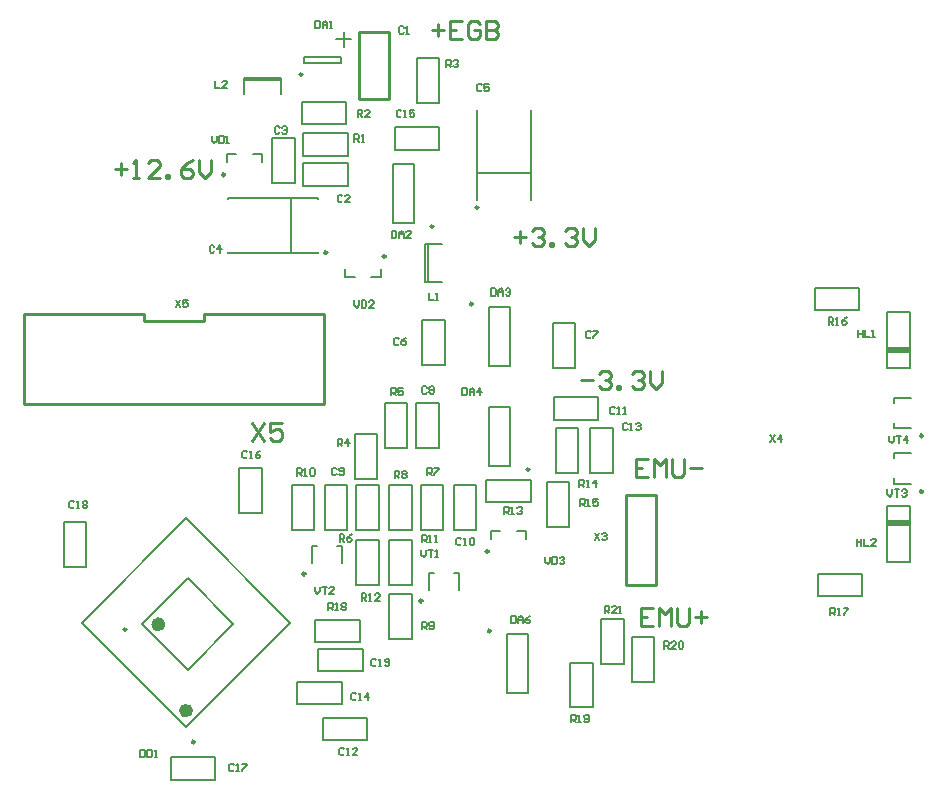
<source format=gto>
%FSLAX25Y25*%
%MOIN*%
G70*
G01*
G75*
G04 Layer_Color=65535*
G04:AMPARAMS|DCode=10|XSize=11.81mil|YSize=70.87mil|CornerRadius=0mil|HoleSize=0mil|Usage=FLASHONLY|Rotation=225.000|XOffset=0mil|YOffset=0mil|HoleType=Round|Shape=Round|*
%AMOVALD10*
21,1,0.05906,0.01181,0.00000,0.00000,315.0*
1,1,0.01181,-0.02088,0.02088*
1,1,0.01181,0.02088,-0.02088*
%
%ADD10OVALD10*%

G04:AMPARAMS|DCode=11|XSize=11.81mil|YSize=70.87mil|CornerRadius=0mil|HoleSize=0mil|Usage=FLASHONLY|Rotation=135.000|XOffset=0mil|YOffset=0mil|HoleType=Round|Shape=Round|*
%AMOVALD11*
21,1,0.05906,0.01181,0.00000,0.00000,225.0*
1,1,0.01181,0.02088,0.02088*
1,1,0.01181,-0.02088,-0.02088*
%
%ADD11OVALD11*%

G04:AMPARAMS|DCode=12|XSize=47.24mil|YSize=59.06mil|CornerRadius=11.81mil|HoleSize=0mil|Usage=FLASHONLY|Rotation=270.000|XOffset=0mil|YOffset=0mil|HoleType=Round|Shape=RoundedRectangle|*
%AMROUNDEDRECTD12*
21,1,0.04724,0.03543,0,0,270.0*
21,1,0.02362,0.05906,0,0,270.0*
1,1,0.02362,-0.01772,-0.01181*
1,1,0.02362,-0.01772,0.01181*
1,1,0.02362,0.01772,0.01181*
1,1,0.02362,0.01772,-0.01181*
%
%ADD12ROUNDEDRECTD12*%
G04:AMPARAMS|DCode=13|XSize=47.24mil|YSize=59.06mil|CornerRadius=11.81mil|HoleSize=0mil|Usage=FLASHONLY|Rotation=180.000|XOffset=0mil|YOffset=0mil|HoleType=Round|Shape=RoundedRectangle|*
%AMROUNDEDRECTD13*
21,1,0.04724,0.03543,0,0,180.0*
21,1,0.02362,0.05906,0,0,180.0*
1,1,0.02362,-0.01181,0.01772*
1,1,0.02362,0.01181,0.01772*
1,1,0.02362,0.01181,-0.01772*
1,1,0.02362,-0.01181,-0.01772*
%
%ADD13ROUNDEDRECTD13*%
%ADD14O,0.08661X0.02362*%
%ADD15R,0.03740X0.03543*%
%ADD16R,0.03740X0.03543*%
%ADD17R,0.06299X0.03937*%
%ADD18R,0.03543X0.03740*%
%ADD19R,0.03543X0.03740*%
%ADD20R,0.02362X0.05118*%
%ADD21R,0.10236X0.09449*%
%ADD22R,0.09449X0.10236*%
%ADD23R,0.07480X0.13386*%
%ADD24R,0.07874X0.05906*%
%ADD25R,0.02559X0.04331*%
%ADD26R,0.13386X0.07480*%
%ADD27C,0.01000*%
%ADD28C,0.03000*%
%ADD29C,0.02000*%
%ADD30R,0.06000X0.06000*%
%ADD31C,0.06000*%
%ADD32C,0.06299*%
%ADD33R,0.06299X0.06299*%
%ADD34R,0.06000X0.06000*%
%ADD35C,0.20000*%
%ADD36P,0.08908X4X270.0*%
%ADD37C,0.03543*%
%ADD38C,0.05000*%
%ADD39C,0.00984*%
%ADD40C,0.02362*%
%ADD41C,0.00787*%
%ADD42C,0.00500*%
%ADD43C,0.00800*%
%ADD44R,0.07874X0.01968*%
D27*
X1120000Y1171000D02*
Y1173500D01*
X1180000Y1143500D02*
Y1173500D01*
X1120000Y1171000D02*
X1140000D01*
Y1173500D01*
X1180000D01*
X1080000Y1143500D02*
Y1173500D01*
X1120000D01*
X1080000Y1143500D02*
X1180000D01*
X1290500Y1083000D02*
Y1113000D01*
X1280500Y1083000D02*
Y1113000D01*
Y1083000D02*
Y1113000D01*
X1290500D01*
X1280500Y1083000D02*
X1290500D01*
X1287899Y1125098D02*
X1283900D01*
Y1119100D01*
X1287899D01*
X1283900Y1122099D02*
X1285899D01*
X1289898Y1119100D02*
Y1125098D01*
X1291897Y1123099D01*
X1293897Y1125098D01*
Y1119100D01*
X1295896Y1125098D02*
Y1120100D01*
X1296896Y1119100D01*
X1298895D01*
X1299895Y1120100D01*
Y1125098D01*
X1301894Y1122099D02*
X1305893D01*
X1289599Y1075498D02*
X1285600D01*
Y1069500D01*
X1289599D01*
X1285600Y1072499D02*
X1287599D01*
X1291598Y1069500D02*
Y1075498D01*
X1293597Y1073499D01*
X1295597Y1075498D01*
Y1069500D01*
X1297596Y1075498D02*
Y1070500D01*
X1298596Y1069500D01*
X1300595D01*
X1301595Y1070500D01*
Y1075498D01*
X1303594Y1072499D02*
X1307593D01*
X1305593Y1074498D02*
Y1070500D01*
X1243200Y1198999D02*
X1247199D01*
X1245199Y1200998D02*
Y1197000D01*
X1249198Y1200998D02*
X1250198Y1201998D01*
X1252197D01*
X1253197Y1200998D01*
Y1199999D01*
X1252197Y1198999D01*
X1251197D01*
X1252197D01*
X1253197Y1197999D01*
Y1197000D01*
X1252197Y1196000D01*
X1250198D01*
X1249198Y1197000D01*
X1255196Y1196000D02*
Y1197000D01*
X1256196D01*
Y1196000D01*
X1255196D01*
X1260194Y1200998D02*
X1261194Y1201998D01*
X1263194D01*
X1264193Y1200998D01*
Y1199999D01*
X1263194Y1198999D01*
X1262194D01*
X1263194D01*
X1264193Y1197999D01*
Y1197000D01*
X1263194Y1196000D01*
X1261194D01*
X1260194Y1197000D01*
X1266193Y1201998D02*
Y1197999D01*
X1268192Y1196000D01*
X1270191Y1197999D01*
Y1201998D01*
X1216000Y1268199D02*
X1219999D01*
X1217999Y1270198D02*
Y1266200D01*
X1225997Y1271198D02*
X1221998D01*
Y1265200D01*
X1225997D01*
X1221998Y1268199D02*
X1223997D01*
X1231995Y1270198D02*
X1230995Y1271198D01*
X1228996D01*
X1227996Y1270198D01*
Y1266200D01*
X1228996Y1265200D01*
X1230995D01*
X1231995Y1266200D01*
Y1268199D01*
X1229996D01*
X1233994Y1271198D02*
Y1265200D01*
X1236993D01*
X1237993Y1266200D01*
Y1267199D01*
X1236993Y1268199D01*
X1233994D01*
X1236993D01*
X1237993Y1269199D01*
Y1270198D01*
X1236993Y1271198D01*
X1233994D01*
X1110300Y1221799D02*
X1114299D01*
X1112299Y1223798D02*
Y1219800D01*
X1116298Y1218800D02*
X1118297D01*
X1117298D01*
Y1224798D01*
X1116298Y1223798D01*
X1125295Y1218800D02*
X1121296D01*
X1125295Y1222799D01*
Y1223798D01*
X1124296Y1224798D01*
X1122296D01*
X1121296Y1223798D01*
X1127295Y1218800D02*
Y1219800D01*
X1128294D01*
Y1218800D01*
X1127295D01*
X1136292Y1224798D02*
X1134292Y1223798D01*
X1132293Y1221799D01*
Y1219800D01*
X1133293Y1218800D01*
X1135292D01*
X1136292Y1219800D01*
Y1220799D01*
X1135292Y1221799D01*
X1132293D01*
X1138291Y1224798D02*
Y1220799D01*
X1140290Y1218800D01*
X1142290Y1220799D01*
Y1224798D01*
X1265500Y1151599D02*
X1269499D01*
X1271498Y1153598D02*
X1272498Y1154598D01*
X1274497D01*
X1275497Y1153598D01*
Y1152599D01*
X1274497Y1151599D01*
X1273497D01*
X1274497D01*
X1275497Y1150599D01*
Y1149600D01*
X1274497Y1148600D01*
X1272498D01*
X1271498Y1149600D01*
X1277496Y1148600D02*
Y1149600D01*
X1278496D01*
Y1148600D01*
X1277496D01*
X1282495Y1153598D02*
X1283494Y1154598D01*
X1285493D01*
X1286493Y1153598D01*
Y1152599D01*
X1285493Y1151599D01*
X1284494D01*
X1285493D01*
X1286493Y1150599D01*
Y1149600D01*
X1285493Y1148600D01*
X1283494D01*
X1282495Y1149600D01*
X1288493Y1154598D02*
Y1150599D01*
X1290492Y1148600D01*
X1292491Y1150599D01*
Y1154598D01*
X1155900Y1137198D02*
X1159899Y1131200D01*
Y1137198D02*
X1155900Y1131200D01*
X1165897Y1137198D02*
X1161898D01*
Y1134199D01*
X1163897Y1135199D01*
X1164897D01*
X1165897Y1134199D01*
Y1132200D01*
X1164897Y1131200D01*
X1162898D01*
X1161898Y1132200D01*
D39*
X1136858Y1030830D02*
G03*
X1136858Y1030830I-492J0D01*
G01*
X1235543Y1067846D02*
G03*
X1235543Y1067846I-492J0D01*
G01*
X1379618Y1114323D02*
G03*
X1379618Y1114323I-492J0D01*
G01*
Y1132823D02*
G03*
X1379618Y1132823I-492J0D01*
G01*
X1212815Y1077874D02*
G03*
X1212815Y1077874I-492J0D01*
G01*
X1248441Y1121653D02*
G03*
X1248441Y1121653I-492J0D01*
G01*
X1173815Y1086874D02*
G03*
X1173815Y1086874I-492J0D01*
G01*
X1234906Y1094366D02*
G03*
X1234906Y1094366I-492J0D01*
G01*
X1114113Y1068330D02*
G03*
X1114113Y1068330I-492J0D01*
G01*
X1200579Y1192634D02*
G03*
X1200579Y1192634I-492J0D01*
G01*
X1181012Y1193945D02*
G03*
X1181012Y1193945I-492J0D01*
G01*
X1231437Y1208980D02*
G03*
X1231437Y1208980I-492J0D01*
G01*
X1216441Y1202654D02*
G03*
X1216441Y1202654I-492J0D01*
G01*
X1229543Y1176847D02*
G03*
X1229543Y1176847I-492J0D01*
G01*
X1172807Y1253276D02*
G03*
X1172807Y1253276I-492J0D01*
G01*
X1146906Y1219866D02*
G03*
X1146906Y1219866I-492J0D01*
G01*
X1201500Y1245000D02*
Y1267500D01*
X1191500Y1245000D02*
Y1267500D01*
Y1245000D02*
X1201500D01*
X1191500Y1267500D02*
X1201500D01*
D40*
X1135181Y1041269D02*
G03*
X1135181Y1041269I-1181J0D01*
G01*
X1125937Y1070000D02*
G03*
X1125937Y1070000I-1181J0D01*
G01*
D41*
X1134000Y1035701D02*
X1168799Y1070500D01*
X1099201D02*
X1134000Y1105299D01*
X1099201Y1070500D02*
X1134000Y1035701D01*
Y1105299D02*
X1168799Y1070500D01*
X1218401Y1243920D02*
Y1258880D01*
X1210921Y1243920D02*
Y1258880D01*
Y1243920D02*
X1218401D01*
X1210921Y1258880D02*
X1218401D01*
X1178020Y1054299D02*
X1192980D01*
X1178020Y1061779D02*
X1192980D01*
X1178020Y1054299D02*
Y1061779D01*
X1192980Y1054299D02*
Y1061779D01*
X1240957Y1047157D02*
Y1066843D01*
X1248043Y1047157D02*
Y1066843D01*
X1240957D02*
X1248043D01*
X1240957Y1047157D02*
X1248043D01*
X1369874Y1127118D02*
X1375681D01*
X1369874Y1116882D02*
X1375681D01*
X1369874D02*
Y1118654D01*
Y1125346D02*
Y1127118D01*
X1367563Y1109551D02*
X1375437D01*
X1367563Y1090850D02*
Y1109551D01*
Y1090850D02*
X1375437D01*
Y1109551D01*
X1369874Y1145618D02*
X1375681D01*
X1369874Y1135382D02*
X1375681D01*
X1369874D02*
Y1137154D01*
Y1143846D02*
Y1145618D01*
X1367563Y1155547D02*
X1375437D01*
Y1174248D01*
X1367563D02*
X1375437D01*
X1367563Y1155547D02*
Y1174248D01*
X1093220Y1104180D02*
X1100701D01*
X1093220Y1089220D02*
X1100701D01*
X1093220D02*
Y1104180D01*
X1100701Y1089220D02*
Y1104180D01*
X1359480Y1079299D02*
Y1086780D01*
X1344520Y1079299D02*
Y1086780D01*
X1359480D01*
X1344520Y1079299D02*
X1359480D01*
X1358480Y1174799D02*
Y1182280D01*
X1343520Y1174799D02*
Y1182280D01*
X1358480D01*
X1343520Y1174799D02*
X1358480D01*
X1143780Y1018199D02*
Y1025680D01*
X1128820Y1018199D02*
Y1025680D01*
X1143780D01*
X1128820Y1018199D02*
X1143780D01*
X1151720Y1121980D02*
X1159201D01*
X1151720Y1107020D02*
X1159201D01*
X1151720D02*
Y1121980D01*
X1159201Y1107020D02*
Y1121980D01*
X1201721Y1079980D02*
X1209201D01*
X1201721Y1065020D02*
X1209201D01*
X1201721D02*
Y1079980D01*
X1209201Y1065020D02*
Y1079980D01*
X1169299Y1101520D02*
X1176779D01*
X1169299Y1116480D02*
X1176779D01*
Y1101520D02*
Y1116480D01*
X1169299Y1101520D02*
Y1116480D01*
X1223347Y1087126D02*
X1225118D01*
X1214882D02*
X1216654D01*
X1214882Y1081319D02*
Y1087126D01*
X1225118Y1081319D02*
Y1087126D01*
X1234957Y1142343D02*
X1242043D01*
X1234957Y1122657D02*
X1242043D01*
X1234957D02*
Y1142343D01*
X1242043Y1122657D02*
Y1142343D01*
X1184347Y1096126D02*
X1186118D01*
X1175882D02*
X1177654D01*
X1175882Y1090319D02*
Y1096126D01*
X1186118Y1090319D02*
Y1096126D01*
X1256520Y1138221D02*
Y1145701D01*
X1271480Y1138221D02*
Y1145701D01*
X1256520Y1138221D02*
X1271480D01*
X1256520Y1145701D02*
X1271480D01*
X1201799Y1101520D02*
X1209279D01*
X1201799Y1116480D02*
X1209279D01*
Y1101520D02*
Y1116480D01*
X1201799Y1101520D02*
Y1116480D01*
X1200295Y1143772D02*
X1207775D01*
X1200295Y1128811D02*
X1207775D01*
X1200295D02*
Y1143772D01*
X1207775Y1128811D02*
Y1143772D01*
X1201720Y1097980D02*
X1209201D01*
X1201720Y1083020D02*
X1209201D01*
X1201720D02*
Y1097980D01*
X1209201Y1083020D02*
Y1097980D01*
X1190721Y1097980D02*
X1198201D01*
X1190721Y1083020D02*
X1198201D01*
X1190721D02*
Y1097980D01*
X1198201Y1083020D02*
Y1097980D01*
X1254299Y1102520D02*
X1261780D01*
X1254299Y1117480D02*
X1261780D01*
Y1102520D02*
Y1117480D01*
X1254299Y1102520D02*
Y1117480D01*
X1210699Y1128920D02*
X1218179D01*
X1210699Y1143880D02*
X1218179D01*
Y1128920D02*
Y1143880D01*
X1210699Y1128920D02*
Y1143880D01*
X1190299Y1118520D02*
X1197779D01*
X1190299Y1133480D02*
X1197779D01*
Y1118520D02*
Y1133480D01*
X1190299Y1118520D02*
Y1133480D01*
X1248980Y1110799D02*
Y1118280D01*
X1234020Y1110799D02*
Y1118280D01*
X1248980D01*
X1234020Y1110799D02*
X1248980D01*
X1203520Y1228220D02*
Y1235701D01*
X1218480Y1228220D02*
Y1235701D01*
X1203520Y1228220D02*
X1218480D01*
X1203520Y1235701D02*
X1218480D01*
X1223220Y1116480D02*
X1230701D01*
X1223220Y1101520D02*
X1230701D01*
X1223220D02*
Y1116480D01*
X1230701Y1101520D02*
Y1116480D01*
X1185980Y1043299D02*
Y1050780D01*
X1171020Y1043299D02*
Y1050780D01*
X1185980D01*
X1171020Y1043299D02*
X1185980D01*
X1212299Y1101520D02*
X1219780D01*
X1212299Y1116480D02*
X1219780D01*
Y1101520D02*
Y1116480D01*
X1212299Y1101520D02*
Y1116480D01*
X1190799Y1101520D02*
X1198279D01*
X1190799Y1116480D02*
X1198279D01*
Y1101520D02*
Y1116480D01*
X1190799Y1101520D02*
Y1116480D01*
X1257299Y1120520D02*
X1264780D01*
X1257299Y1135480D02*
X1264780D01*
Y1120520D02*
Y1135480D01*
X1257299Y1120520D02*
Y1135480D01*
X1180220Y1116480D02*
X1187701D01*
X1180220Y1101520D02*
X1187701D01*
X1180220D02*
Y1116480D01*
X1187701Y1101520D02*
Y1116480D01*
X1244256Y1101256D02*
X1247406D01*
Y1098500D02*
Y1101256D01*
X1235595D02*
X1238744D01*
X1235595Y1098500D02*
Y1101256D01*
X1268720Y1135480D02*
X1276201D01*
X1268720Y1120520D02*
X1276201D01*
X1268720D02*
Y1135480D01*
X1276201Y1120520D02*
Y1135480D01*
X1194480Y1031299D02*
Y1038779D01*
X1179520Y1031299D02*
Y1038779D01*
X1194480D01*
X1179520Y1031299D02*
X1194480D01*
X1119189Y1070000D02*
X1134500Y1054689D01*
X1134500Y1085311D02*
X1149811Y1070000D01*
X1119189Y1070000D02*
X1134500Y1085311D01*
X1134500Y1054689D02*
X1149811Y1070000D01*
X1212720Y1171480D02*
X1220201D01*
X1212720Y1156520D02*
X1220201D01*
X1212720D02*
Y1171480D01*
X1220201Y1156520D02*
Y1171480D01*
X1187094Y1185744D02*
X1190244D01*
X1187094D02*
Y1188500D01*
X1195756Y1185744D02*
X1198906D01*
Y1188500D01*
X1256299Y1155520D02*
X1263780D01*
X1256299Y1170480D02*
X1263780D01*
Y1155520D02*
Y1170480D01*
X1256299Y1155520D02*
Y1170480D01*
X1148039Y1193945D02*
Y1194142D01*
Y1211858D02*
Y1212055D01*
X1177961D01*
X1148039Y1193945D02*
X1177961D01*
Y1211858D02*
Y1212055D01*
Y1193945D02*
Y1194142D01*
X1168906Y1193945D02*
Y1212055D01*
X1230945Y1241461D02*
X1231142D01*
X1248858D02*
X1249055D01*
Y1211539D02*
Y1241461D01*
X1230945Y1211539D02*
Y1241461D01*
X1248858Y1211539D02*
X1249055D01*
X1230945D02*
X1231142D01*
X1230945Y1220594D02*
X1249055D01*
X1202957Y1223343D02*
X1210043D01*
X1202957Y1203657D02*
X1210043D01*
X1202957D02*
Y1223343D01*
X1210043Y1203657D02*
Y1223343D01*
X1234957Y1156157D02*
X1242043D01*
X1234957Y1175843D02*
X1242043D01*
Y1156157D02*
Y1175843D01*
X1234957Y1156157D02*
Y1175843D01*
X1213744Y1196799D02*
X1219256D01*
X1213744Y1184201D02*
X1219256D01*
X1213744D02*
Y1196799D01*
X1214492Y1184201D02*
Y1196799D01*
X1173020Y1216220D02*
Y1223701D01*
X1187980Y1216220D02*
Y1223701D01*
X1173020Y1216220D02*
X1187980D01*
X1173020Y1223701D02*
X1187980D01*
X1187480Y1236799D02*
Y1244280D01*
X1172520Y1236799D02*
Y1244280D01*
X1187480D01*
X1172520Y1236799D02*
X1187480D01*
X1162799Y1217020D02*
X1170280D01*
X1162799Y1231980D02*
X1170280D01*
Y1217020D02*
Y1231980D01*
X1162799Y1217020D02*
Y1231980D01*
X1173020Y1226220D02*
Y1233701D01*
X1187980Y1226220D02*
Y1233701D01*
X1173020Y1226220D02*
X1187980D01*
X1173020Y1233701D02*
X1187980D01*
X1173398Y1258984D02*
X1185602D01*
X1173398Y1257016D02*
X1185602D01*
Y1258984D01*
X1173398Y1257016D02*
Y1258984D01*
X1156256Y1226756D02*
X1159406D01*
Y1224000D02*
Y1226756D01*
X1147594D02*
X1150744D01*
X1147594Y1224000D02*
Y1226756D01*
X1165799Y1246744D02*
Y1252256D01*
X1153201Y1246744D02*
Y1252256D01*
X1165799D01*
X1153201Y1251508D02*
X1165799D01*
X1191980Y1063999D02*
Y1071480D01*
X1177020Y1063999D02*
Y1071480D01*
X1191980D01*
X1177020Y1063999D02*
X1191980D01*
X1272421Y1071680D02*
X1279901D01*
X1272421Y1056720D02*
X1279901D01*
X1272421D02*
Y1071680D01*
X1279901Y1056720D02*
Y1071680D01*
X1282528Y1065756D02*
X1290008D01*
X1282528Y1050795D02*
X1290008D01*
X1282528D02*
Y1065756D01*
X1290008Y1050795D02*
Y1065756D01*
X1262020Y1057280D02*
X1269501D01*
X1262020Y1042320D02*
X1269501D01*
X1262020D02*
Y1057280D01*
X1269501Y1042320D02*
Y1057280D01*
D42*
X1184000Y1265000D02*
X1189000D01*
X1186500Y1262500D02*
Y1267500D01*
D43*
X1220700Y1255700D02*
Y1258099D01*
X1221900D01*
X1222299Y1257699D01*
Y1256900D01*
X1221900Y1256500D01*
X1220700D01*
X1221500D02*
X1222299Y1255700D01*
X1223099Y1257699D02*
X1223499Y1258099D01*
X1224299D01*
X1224699Y1257699D01*
Y1257300D01*
X1224299Y1256900D01*
X1223899D01*
X1224299D01*
X1224699Y1256500D01*
Y1256100D01*
X1224299Y1255700D01*
X1223499D01*
X1223099Y1256100D01*
X1118700Y1028199D02*
Y1025800D01*
X1119900D01*
X1120300Y1026200D01*
Y1027799D01*
X1119900Y1028199D01*
X1118700D01*
X1121099D02*
Y1025800D01*
X1122299D01*
X1122699Y1026200D01*
Y1027799D01*
X1122299Y1028199D01*
X1121099D01*
X1123498Y1025800D02*
X1124298D01*
X1123898D01*
Y1028199D01*
X1123498Y1027799D01*
X1197400Y1058099D02*
X1197000Y1058499D01*
X1196200D01*
X1195800Y1058099D01*
Y1056500D01*
X1196200Y1056100D01*
X1197000D01*
X1197400Y1056500D01*
X1198199Y1056100D02*
X1198999D01*
X1198599D01*
Y1058499D01*
X1198199Y1058099D01*
X1200199Y1056500D02*
X1200598Y1056100D01*
X1201398D01*
X1201798Y1056500D01*
Y1058099D01*
X1201398Y1058499D01*
X1200598D01*
X1200199Y1058099D01*
Y1057699D01*
X1200598Y1057300D01*
X1201798D01*
X1130500Y1178099D02*
X1132100Y1175700D01*
Y1178099D02*
X1130500Y1175700D01*
X1134499Y1178099D02*
X1132899D01*
Y1176900D01*
X1133699Y1177299D01*
X1134099D01*
X1134499Y1176900D01*
Y1176100D01*
X1134099Y1175700D01*
X1133299D01*
X1132899Y1176100D01*
X1328800Y1133099D02*
X1330400Y1130700D01*
Y1133099D02*
X1328800Y1130700D01*
X1332399D02*
Y1133099D01*
X1331199Y1131900D01*
X1332799D01*
X1270200Y1100599D02*
X1271799Y1098200D01*
Y1100599D02*
X1270200Y1098200D01*
X1272599Y1100199D02*
X1272999Y1100599D01*
X1273799D01*
X1274199Y1100199D01*
Y1099800D01*
X1273799Y1099400D01*
X1273399D01*
X1273799D01*
X1274199Y1099000D01*
Y1098600D01*
X1273799Y1098200D01*
X1272999D01*
X1272599Y1098600D01*
X1368400Y1132699D02*
Y1131100D01*
X1369200Y1130300D01*
X1370000Y1131100D01*
Y1132699D01*
X1370799D02*
X1372399D01*
X1371599D01*
Y1130300D01*
X1374398D02*
Y1132699D01*
X1373198Y1131500D01*
X1374798D01*
X1367800Y1114999D02*
Y1113400D01*
X1368600Y1112600D01*
X1369400Y1113400D01*
Y1114999D01*
X1370199D02*
X1371799D01*
X1370999D01*
Y1112600D01*
X1372598Y1114599D02*
X1372998Y1114999D01*
X1373798D01*
X1374198Y1114599D01*
Y1114200D01*
X1373798Y1113800D01*
X1373398D01*
X1373798D01*
X1374198Y1113400D01*
Y1113000D01*
X1373798Y1112600D01*
X1372998D01*
X1372598Y1113000D01*
X1357500Y1098499D02*
Y1096100D01*
Y1097300D01*
X1359099D01*
Y1098499D01*
Y1096100D01*
X1359899Y1098499D02*
Y1096100D01*
X1361499D01*
X1363898D02*
X1362298D01*
X1363898Y1097700D01*
Y1098099D01*
X1363498Y1098499D01*
X1362698D01*
X1362298Y1098099D01*
X1357900Y1168099D02*
Y1165700D01*
Y1166900D01*
X1359499D01*
Y1168099D01*
Y1165700D01*
X1360299Y1168099D02*
Y1165700D01*
X1361899D01*
X1362698D02*
X1363498D01*
X1363098D01*
Y1168099D01*
X1362698Y1167699D01*
X1242300Y1072799D02*
Y1070400D01*
X1243500D01*
X1243900Y1070800D01*
Y1072399D01*
X1243500Y1072799D01*
X1242300D01*
X1244699Y1070400D02*
Y1071999D01*
X1245499Y1072799D01*
X1246299Y1071999D01*
Y1070400D01*
Y1071600D01*
X1244699D01*
X1248698Y1072799D02*
X1247898Y1072399D01*
X1247098Y1071600D01*
Y1070800D01*
X1247498Y1070400D01*
X1248298D01*
X1248698Y1070800D01*
Y1071200D01*
X1248298Y1071600D01*
X1247098D01*
X1206549Y1268949D02*
X1206150Y1269349D01*
X1205350D01*
X1204950Y1268949D01*
Y1267350D01*
X1205350Y1266950D01*
X1206150D01*
X1206549Y1267350D01*
X1207349Y1266950D02*
X1208149D01*
X1207749D01*
Y1269349D01*
X1207349Y1268949D01*
X1186100Y1212799D02*
X1185700Y1213199D01*
X1184900D01*
X1184500Y1212799D01*
Y1211200D01*
X1184900Y1210800D01*
X1185700D01*
X1186100Y1211200D01*
X1188499Y1210800D02*
X1186899D01*
X1188499Y1212399D01*
Y1212799D01*
X1188099Y1213199D01*
X1187299D01*
X1186899Y1212799D01*
X1165199Y1235599D02*
X1164800Y1235999D01*
X1164000D01*
X1163600Y1235599D01*
Y1234000D01*
X1164000Y1233600D01*
X1164800D01*
X1165199Y1234000D01*
X1165999Y1235599D02*
X1166399Y1235999D01*
X1167199D01*
X1167599Y1235599D01*
Y1235200D01*
X1167199Y1234800D01*
X1166799D01*
X1167199D01*
X1167599Y1234400D01*
Y1234000D01*
X1167199Y1233600D01*
X1166399D01*
X1165999Y1234000D01*
X1143449Y1195949D02*
X1143050Y1196349D01*
X1142250D01*
X1141850Y1195949D01*
Y1194350D01*
X1142250Y1193950D01*
X1143050D01*
X1143449Y1194350D01*
X1145449Y1193950D02*
Y1196349D01*
X1144249Y1195150D01*
X1145849D01*
X1232549Y1249649D02*
X1232150Y1250049D01*
X1231350D01*
X1230950Y1249649D01*
Y1248050D01*
X1231350Y1247650D01*
X1232150D01*
X1232549Y1248050D01*
X1234949Y1250049D02*
X1233349D01*
Y1248850D01*
X1234149Y1249249D01*
X1234549D01*
X1234949Y1248850D01*
Y1248050D01*
X1234549Y1247650D01*
X1233749D01*
X1233349Y1248050D01*
X1205000Y1165199D02*
X1204600Y1165599D01*
X1203800D01*
X1203400Y1165199D01*
Y1163600D01*
X1203800Y1163200D01*
X1204600D01*
X1205000Y1163600D01*
X1207399Y1165599D02*
X1206599Y1165199D01*
X1205799Y1164400D01*
Y1163600D01*
X1206199Y1163200D01*
X1206999D01*
X1207399Y1163600D01*
Y1164000D01*
X1206999Y1164400D01*
X1205799D01*
X1268999Y1167299D02*
X1268600Y1167699D01*
X1267800D01*
X1267400Y1167299D01*
Y1165700D01*
X1267800Y1165300D01*
X1268600D01*
X1268999Y1165700D01*
X1269799Y1167699D02*
X1271399D01*
Y1167299D01*
X1269799Y1165700D01*
Y1165300D01*
X1214299Y1148899D02*
X1213900Y1149299D01*
X1213100D01*
X1212700Y1148899D01*
Y1147300D01*
X1213100Y1146900D01*
X1213900D01*
X1214299Y1147300D01*
X1215099Y1148899D02*
X1215499Y1149299D01*
X1216299D01*
X1216699Y1148899D01*
Y1148499D01*
X1216299Y1148100D01*
X1216699Y1147700D01*
Y1147300D01*
X1216299Y1146900D01*
X1215499D01*
X1215099Y1147300D01*
Y1147700D01*
X1215499Y1148100D01*
X1215099Y1148499D01*
Y1148899D01*
X1215499Y1148100D02*
X1216299D01*
X1184200Y1121799D02*
X1183800Y1122199D01*
X1183000D01*
X1182600Y1121799D01*
Y1120200D01*
X1183000Y1119800D01*
X1183800D01*
X1184200Y1120200D01*
X1184999D02*
X1185399Y1119800D01*
X1186199D01*
X1186599Y1120200D01*
Y1121799D01*
X1186199Y1122199D01*
X1185399D01*
X1184999Y1121799D01*
Y1121399D01*
X1185399Y1121000D01*
X1186599D01*
X1225700Y1098399D02*
X1225300Y1098799D01*
X1224500D01*
X1224100Y1098399D01*
Y1096800D01*
X1224500Y1096400D01*
X1225300D01*
X1225700Y1096800D01*
X1226499Y1096400D02*
X1227299D01*
X1226899D01*
Y1098799D01*
X1226499Y1098399D01*
X1228499D02*
X1228898Y1098799D01*
X1229698D01*
X1230098Y1098399D01*
Y1096800D01*
X1229698Y1096400D01*
X1228898D01*
X1228499Y1096800D01*
Y1098399D01*
X1276999Y1142199D02*
X1276600Y1142599D01*
X1275800D01*
X1275400Y1142199D01*
Y1140600D01*
X1275800Y1140200D01*
X1276600D01*
X1276999Y1140600D01*
X1277799Y1140200D02*
X1278599D01*
X1278199D01*
Y1142599D01*
X1277799Y1142199D01*
X1279799Y1140200D02*
X1280598D01*
X1280198D01*
Y1142599D01*
X1279799Y1142199D01*
X1186699Y1028399D02*
X1186300Y1028799D01*
X1185500D01*
X1185100Y1028399D01*
Y1026800D01*
X1185500Y1026400D01*
X1186300D01*
X1186699Y1026800D01*
X1187499Y1026400D02*
X1188299D01*
X1187899D01*
Y1028799D01*
X1187499Y1028399D01*
X1191098Y1026400D02*
X1189499D01*
X1191098Y1027999D01*
Y1028399D01*
X1190698Y1028799D01*
X1189898D01*
X1189499Y1028399D01*
X1281149Y1136849D02*
X1280750Y1137249D01*
X1279950D01*
X1279550Y1136849D01*
Y1135250D01*
X1279950Y1134850D01*
X1280750D01*
X1281149Y1135250D01*
X1281949Y1134850D02*
X1282749D01*
X1282349D01*
Y1137249D01*
X1281949Y1136849D01*
X1283949D02*
X1284348Y1137249D01*
X1285148D01*
X1285548Y1136849D01*
Y1136450D01*
X1285148Y1136050D01*
X1284748D01*
X1285148D01*
X1285548Y1135650D01*
Y1135250D01*
X1285148Y1134850D01*
X1284348D01*
X1283949Y1135250D01*
X1190699Y1046699D02*
X1190300Y1047099D01*
X1189500D01*
X1189100Y1046699D01*
Y1045100D01*
X1189500Y1044700D01*
X1190300D01*
X1190699Y1045100D01*
X1191499Y1044700D02*
X1192299D01*
X1191899D01*
Y1047099D01*
X1191499Y1046699D01*
X1194698Y1044700D02*
Y1047099D01*
X1193499Y1045900D01*
X1195098D01*
X1205750Y1241049D02*
X1205350Y1241449D01*
X1204550D01*
X1204150Y1241049D01*
Y1239450D01*
X1204550Y1239050D01*
X1205350D01*
X1205750Y1239450D01*
X1206549Y1239050D02*
X1207349D01*
X1206949D01*
Y1241449D01*
X1206549Y1241049D01*
X1210148Y1241449D02*
X1208549D01*
Y1240250D01*
X1209348Y1240650D01*
X1209748D01*
X1210148Y1240250D01*
Y1239450D01*
X1209748Y1239050D01*
X1208948D01*
X1208549Y1239450D01*
X1154399Y1127399D02*
X1154000Y1127799D01*
X1153200D01*
X1152800Y1127399D01*
Y1125800D01*
X1153200Y1125400D01*
X1154000D01*
X1154399Y1125800D01*
X1155199Y1125400D02*
X1155999D01*
X1155599D01*
Y1127799D01*
X1155199Y1127399D01*
X1158798Y1127799D02*
X1157998Y1127399D01*
X1157199Y1126600D01*
Y1125800D01*
X1157598Y1125400D01*
X1158398D01*
X1158798Y1125800D01*
Y1126200D01*
X1158398Y1126600D01*
X1157199D01*
X1150000Y1022999D02*
X1149600Y1023399D01*
X1148800D01*
X1148400Y1022999D01*
Y1021400D01*
X1148800Y1021000D01*
X1149600D01*
X1150000Y1021400D01*
X1150799Y1021000D02*
X1151599D01*
X1151199D01*
Y1023399D01*
X1150799Y1022999D01*
X1152799Y1023399D02*
X1154398D01*
Y1022999D01*
X1152799Y1021400D01*
Y1021000D01*
X1096700Y1110699D02*
X1096300Y1111099D01*
X1095500D01*
X1095100Y1110699D01*
Y1109100D01*
X1095500Y1108700D01*
X1096300D01*
X1096700Y1109100D01*
X1097499Y1108700D02*
X1098299D01*
X1097899D01*
Y1111099D01*
X1097499Y1110699D01*
X1099499D02*
X1099898Y1111099D01*
X1100698D01*
X1101098Y1110699D01*
Y1110299D01*
X1100698Y1109900D01*
X1101098Y1109500D01*
Y1109100D01*
X1100698Y1108700D01*
X1099898D01*
X1099499Y1109100D01*
Y1109500D01*
X1099898Y1109900D01*
X1099499Y1110299D01*
Y1110699D01*
X1099898Y1109900D02*
X1100698D01*
X1177100Y1271099D02*
Y1268700D01*
X1178300D01*
X1178699Y1269100D01*
Y1270699D01*
X1178300Y1271099D01*
X1177100D01*
X1179499Y1268700D02*
Y1270300D01*
X1180299Y1271099D01*
X1181099Y1270300D01*
Y1268700D01*
Y1269900D01*
X1179499D01*
X1181898Y1268700D02*
X1182698D01*
X1182298D01*
Y1271099D01*
X1181898Y1270699D01*
X1202500Y1201199D02*
Y1198800D01*
X1203700D01*
X1204099Y1199200D01*
Y1200799D01*
X1203700Y1201199D01*
X1202500D01*
X1204899Y1198800D02*
Y1200399D01*
X1205699Y1201199D01*
X1206499Y1200399D01*
Y1198800D01*
Y1200000D01*
X1204899D01*
X1208898Y1198800D02*
X1207298D01*
X1208898Y1200399D01*
Y1200799D01*
X1208498Y1201199D01*
X1207698D01*
X1207298Y1200799D01*
X1235700Y1181999D02*
Y1179600D01*
X1236900D01*
X1237300Y1180000D01*
Y1181599D01*
X1236900Y1181999D01*
X1235700D01*
X1238099Y1179600D02*
Y1181199D01*
X1238899Y1181999D01*
X1239699Y1181199D01*
Y1179600D01*
Y1180800D01*
X1238099D01*
X1240498Y1181599D02*
X1240898Y1181999D01*
X1241698D01*
X1242098Y1181599D01*
Y1181199D01*
X1241698Y1180800D01*
X1241298D01*
X1241698D01*
X1242098Y1180400D01*
Y1180000D01*
X1241698Y1179600D01*
X1240898D01*
X1240498Y1180000D01*
X1226100Y1148799D02*
Y1146400D01*
X1227300D01*
X1227699Y1146800D01*
Y1148399D01*
X1227300Y1148799D01*
X1226100D01*
X1228499Y1146400D02*
Y1147999D01*
X1229299Y1148799D01*
X1230099Y1147999D01*
Y1146400D01*
Y1147600D01*
X1228499D01*
X1232098Y1146400D02*
Y1148799D01*
X1230898Y1147600D01*
X1232498D01*
X1214900Y1180399D02*
Y1178000D01*
X1216500D01*
X1217299D02*
X1218099D01*
X1217699D01*
Y1180399D01*
X1217299Y1179999D01*
X1143700Y1251199D02*
Y1248800D01*
X1145300D01*
X1147699D02*
X1146099D01*
X1147699Y1250399D01*
Y1250799D01*
X1147299Y1251199D01*
X1146499D01*
X1146099Y1250799D01*
X1190100Y1230900D02*
Y1233299D01*
X1191300D01*
X1191700Y1232899D01*
Y1232100D01*
X1191300Y1231700D01*
X1190100D01*
X1190900D02*
X1191700Y1230900D01*
X1192499D02*
X1193299D01*
X1192899D01*
Y1233299D01*
X1192499Y1232899D01*
X1191200Y1239200D02*
Y1241599D01*
X1192400D01*
X1192799Y1241199D01*
Y1240400D01*
X1192400Y1240000D01*
X1191200D01*
X1192000D02*
X1192799Y1239200D01*
X1195199D02*
X1193599D01*
X1195199Y1240800D01*
Y1241199D01*
X1194799Y1241599D01*
X1193999D01*
X1193599Y1241199D01*
X1184500Y1129300D02*
Y1131699D01*
X1185700D01*
X1186100Y1131299D01*
Y1130500D01*
X1185700Y1130100D01*
X1184500D01*
X1185300D02*
X1186100Y1129300D01*
X1188099D02*
Y1131699D01*
X1186899Y1130500D01*
X1188499D01*
X1202303Y1146296D02*
Y1148695D01*
X1203503D01*
X1203903Y1148295D01*
Y1147496D01*
X1203503Y1147096D01*
X1202303D01*
X1203103D02*
X1203903Y1146296D01*
X1206302Y1148695D02*
X1204702D01*
Y1147496D01*
X1205502Y1147896D01*
X1205902D01*
X1206302Y1147496D01*
Y1146696D01*
X1205902Y1146296D01*
X1205102D01*
X1204702Y1146696D01*
X1185200Y1097600D02*
Y1099999D01*
X1186400D01*
X1186800Y1099599D01*
Y1098800D01*
X1186400Y1098400D01*
X1185200D01*
X1186000D02*
X1186800Y1097600D01*
X1189199Y1099999D02*
X1188399Y1099599D01*
X1187599Y1098800D01*
Y1098000D01*
X1187999Y1097600D01*
X1188799D01*
X1189199Y1098000D01*
Y1098400D01*
X1188799Y1098800D01*
X1187599D01*
X1214300Y1119700D02*
Y1122099D01*
X1215500D01*
X1215899Y1121699D01*
Y1120900D01*
X1215500Y1120500D01*
X1214300D01*
X1215100D02*
X1215899Y1119700D01*
X1216699Y1122099D02*
X1218299D01*
Y1121699D01*
X1216699Y1120100D01*
Y1119700D01*
X1203500Y1118800D02*
Y1121199D01*
X1204700D01*
X1205099Y1120799D01*
Y1120000D01*
X1204700Y1119600D01*
X1203500D01*
X1204300D02*
X1205099Y1118800D01*
X1205899Y1120799D02*
X1206299Y1121199D01*
X1207099D01*
X1207499Y1120799D01*
Y1120399D01*
X1207099Y1120000D01*
X1207499Y1119600D01*
Y1119200D01*
X1207099Y1118800D01*
X1206299D01*
X1205899Y1119200D01*
Y1119600D01*
X1206299Y1120000D01*
X1205899Y1120399D01*
Y1120799D01*
X1206299Y1120000D02*
X1207099D01*
X1212600Y1068300D02*
Y1070699D01*
X1213800D01*
X1214200Y1070299D01*
Y1069500D01*
X1213800Y1069100D01*
X1212600D01*
X1213400D02*
X1214200Y1068300D01*
X1214999Y1068700D02*
X1215399Y1068300D01*
X1216199D01*
X1216599Y1068700D01*
Y1070299D01*
X1216199Y1070699D01*
X1215399D01*
X1214999Y1070299D01*
Y1069899D01*
X1215399Y1069500D01*
X1216599D01*
X1171000Y1119600D02*
Y1121999D01*
X1172200D01*
X1172600Y1121599D01*
Y1120800D01*
X1172200Y1120400D01*
X1171000D01*
X1171800D02*
X1172600Y1119600D01*
X1173399D02*
X1174199D01*
X1173799D01*
Y1121999D01*
X1173399Y1121599D01*
X1175399D02*
X1175798Y1121999D01*
X1176598D01*
X1176998Y1121599D01*
Y1120000D01*
X1176598Y1119600D01*
X1175798D01*
X1175399Y1120000D01*
Y1121599D01*
X1212550Y1097350D02*
Y1099749D01*
X1213750D01*
X1214149Y1099349D01*
Y1098550D01*
X1213750Y1098150D01*
X1212550D01*
X1213350D02*
X1214149Y1097350D01*
X1214949D02*
X1215749D01*
X1215349D01*
Y1099749D01*
X1214949Y1099349D01*
X1216949Y1097350D02*
X1217748D01*
X1217348D01*
Y1099749D01*
X1216949Y1099349D01*
X1192500Y1077900D02*
Y1080299D01*
X1193700D01*
X1194100Y1079899D01*
Y1079100D01*
X1193700Y1078700D01*
X1192500D01*
X1193300D02*
X1194100Y1077900D01*
X1194899D02*
X1195699D01*
X1195299D01*
Y1080299D01*
X1194899Y1079899D01*
X1198498Y1077900D02*
X1196899D01*
X1198498Y1079500D01*
Y1079899D01*
X1198098Y1080299D01*
X1197298D01*
X1196899Y1079899D01*
X1240000Y1106700D02*
Y1109099D01*
X1241200D01*
X1241599Y1108699D01*
Y1107900D01*
X1241200Y1107500D01*
X1240000D01*
X1240800D02*
X1241599Y1106700D01*
X1242399D02*
X1243199D01*
X1242799D01*
Y1109099D01*
X1242399Y1108699D01*
X1244399D02*
X1244798Y1109099D01*
X1245598D01*
X1245998Y1108699D01*
Y1108300D01*
X1245598Y1107900D01*
X1245198D01*
X1245598D01*
X1245998Y1107500D01*
Y1107100D01*
X1245598Y1106700D01*
X1244798D01*
X1244399Y1107100D01*
X1265100Y1115800D02*
Y1118199D01*
X1266300D01*
X1266700Y1117799D01*
Y1117000D01*
X1266300Y1116600D01*
X1265100D01*
X1265900D02*
X1266700Y1115800D01*
X1267499D02*
X1268299D01*
X1267899D01*
Y1118199D01*
X1267499Y1117799D01*
X1270698Y1115800D02*
Y1118199D01*
X1269499Y1117000D01*
X1271098D01*
X1265300Y1109400D02*
Y1111799D01*
X1266500D01*
X1266899Y1111399D01*
Y1110600D01*
X1266500Y1110200D01*
X1265300D01*
X1266100D02*
X1266899Y1109400D01*
X1267699D02*
X1268499D01*
X1268099D01*
Y1111799D01*
X1267699Y1111399D01*
X1271298Y1111799D02*
X1269699D01*
Y1110600D01*
X1270498Y1110999D01*
X1270898D01*
X1271298Y1110600D01*
Y1109800D01*
X1270898Y1109400D01*
X1270098D01*
X1269699Y1109800D01*
X1348200Y1169900D02*
Y1172299D01*
X1349400D01*
X1349800Y1171899D01*
Y1171100D01*
X1349400Y1170700D01*
X1348200D01*
X1349000D02*
X1349800Y1169900D01*
X1350599D02*
X1351399D01*
X1350999D01*
Y1172299D01*
X1350599Y1171899D01*
X1354198Y1172299D02*
X1353398Y1171899D01*
X1352599Y1171100D01*
Y1170300D01*
X1352998Y1169900D01*
X1353798D01*
X1354198Y1170300D01*
Y1170700D01*
X1353798Y1171100D01*
X1352599D01*
X1348800Y1073000D02*
Y1075399D01*
X1350000D01*
X1350399Y1074999D01*
Y1074200D01*
X1350000Y1073800D01*
X1348800D01*
X1349600D02*
X1350399Y1073000D01*
X1351199D02*
X1351999D01*
X1351599D01*
Y1075399D01*
X1351199Y1074999D01*
X1353199Y1075399D02*
X1354798D01*
Y1074999D01*
X1353199Y1073400D01*
Y1073000D01*
X1142600Y1232699D02*
Y1231100D01*
X1143400Y1230300D01*
X1144199Y1231100D01*
Y1232699D01*
X1144999D02*
Y1230300D01*
X1146199D01*
X1146599Y1230700D01*
Y1232299D01*
X1146199Y1232699D01*
X1144999D01*
X1147398Y1230300D02*
X1148198D01*
X1147798D01*
Y1232699D01*
X1147398Y1232299D01*
X1190100Y1177999D02*
Y1176400D01*
X1190900Y1175600D01*
X1191700Y1176400D01*
Y1177999D01*
X1192499D02*
Y1175600D01*
X1193699D01*
X1194099Y1176000D01*
Y1177599D01*
X1193699Y1177999D01*
X1192499D01*
X1196498Y1175600D02*
X1194898D01*
X1196498Y1177199D01*
Y1177599D01*
X1196098Y1177999D01*
X1195298D01*
X1194898Y1177599D01*
X1253700Y1092499D02*
Y1090900D01*
X1254500Y1090100D01*
X1255299Y1090900D01*
Y1092499D01*
X1256099D02*
Y1090100D01*
X1257299D01*
X1257699Y1090500D01*
Y1092099D01*
X1257299Y1092499D01*
X1256099D01*
X1258498Y1092099D02*
X1258898Y1092499D01*
X1259698D01*
X1260098Y1092099D01*
Y1091700D01*
X1259698Y1091300D01*
X1259298D01*
X1259698D01*
X1260098Y1090900D01*
Y1090500D01*
X1259698Y1090100D01*
X1258898D01*
X1258498Y1090500D01*
X1212350Y1094749D02*
Y1093150D01*
X1213150Y1092350D01*
X1213949Y1093150D01*
Y1094749D01*
X1214749D02*
X1216349D01*
X1215549D01*
Y1092350D01*
X1217148D02*
X1217948D01*
X1217548D01*
Y1094749D01*
X1217148Y1094349D01*
X1177000Y1082599D02*
Y1081000D01*
X1177800Y1080200D01*
X1178599Y1081000D01*
Y1082599D01*
X1179399D02*
X1180999D01*
X1180199D01*
Y1080200D01*
X1183398D02*
X1181798D01*
X1183398Y1081800D01*
Y1082199D01*
X1182998Y1082599D01*
X1182198D01*
X1181798Y1082199D01*
X1181400Y1074700D02*
Y1077099D01*
X1182600D01*
X1183000Y1076699D01*
Y1075900D01*
X1182600Y1075500D01*
X1181400D01*
X1182200D02*
X1183000Y1074700D01*
X1183799D02*
X1184599D01*
X1184199D01*
Y1077099D01*
X1183799Y1076699D01*
X1185799D02*
X1186198Y1077099D01*
X1186998D01*
X1187398Y1076699D01*
Y1076299D01*
X1186998Y1075900D01*
X1187398Y1075500D01*
Y1075100D01*
X1186998Y1074700D01*
X1186198D01*
X1185799Y1075100D01*
Y1075500D01*
X1186198Y1075900D01*
X1185799Y1076299D01*
Y1076699D01*
X1186198Y1075900D02*
X1186998D01*
X1262300Y1037400D02*
Y1039799D01*
X1263500D01*
X1263900Y1039399D01*
Y1038600D01*
X1263500Y1038200D01*
X1262300D01*
X1263100D02*
X1263900Y1037400D01*
X1264699D02*
X1265499D01*
X1265099D01*
Y1039799D01*
X1264699Y1039399D01*
X1266699Y1037800D02*
X1267098Y1037400D01*
X1267898D01*
X1268298Y1037800D01*
Y1039399D01*
X1267898Y1039799D01*
X1267098D01*
X1266699Y1039399D01*
Y1038999D01*
X1267098Y1038600D01*
X1268298D01*
X1293400Y1061900D02*
Y1064299D01*
X1294600D01*
X1295000Y1063899D01*
Y1063100D01*
X1294600Y1062700D01*
X1293400D01*
X1294200D02*
X1295000Y1061900D01*
X1297399D02*
X1295799D01*
X1297399Y1063500D01*
Y1063899D01*
X1296999Y1064299D01*
X1296199D01*
X1295799Y1063899D01*
X1298198D02*
X1298598Y1064299D01*
X1299398D01*
X1299798Y1063899D01*
Y1062300D01*
X1299398Y1061900D01*
X1298598D01*
X1298198Y1062300D01*
Y1063899D01*
X1273500Y1073700D02*
Y1076099D01*
X1274700D01*
X1275099Y1075699D01*
Y1074900D01*
X1274700Y1074500D01*
X1273500D01*
X1274300D02*
X1275099Y1073700D01*
X1277499D02*
X1275899D01*
X1277499Y1075299D01*
Y1075699D01*
X1277099Y1076099D01*
X1276299D01*
X1275899Y1075699D01*
X1278298Y1073700D02*
X1279098D01*
X1278698D01*
Y1076099D01*
X1278298Y1075699D01*
D44*
X1371500Y1103646D02*
D03*
Y1161453D02*
D03*
M02*

</source>
